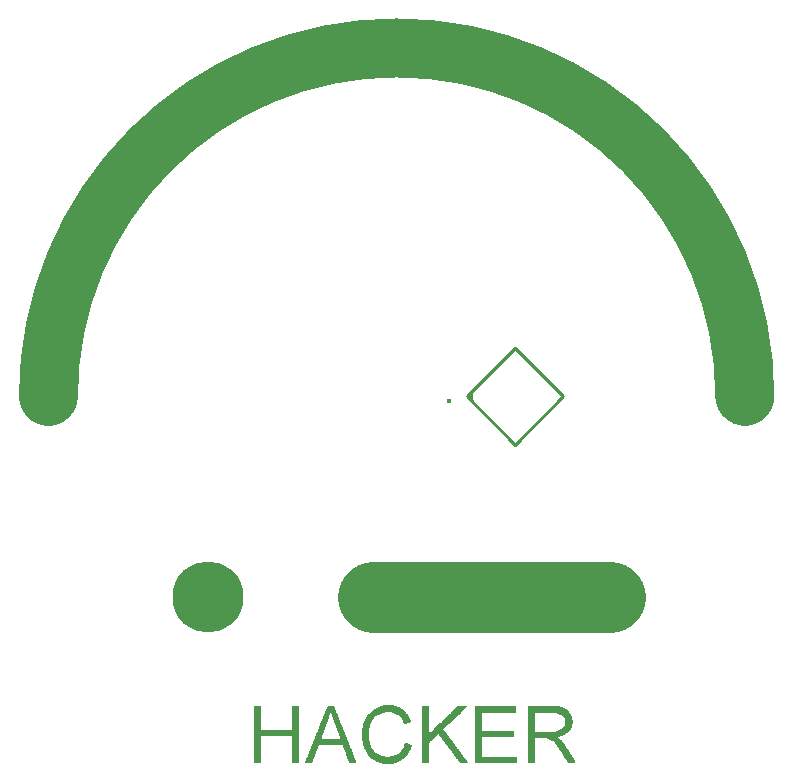
<source format=gbr>
%TF.GenerationSoftware,Novarm,DipTrace,3.0.0.2*%
%TF.CreationDate,2016-12-19T10:05:57+01:00*%
%FSLAX26Y26*%
%MOIN*%
%TF.FileFunction,Legend,Top*%
%TF.Part,Single*%
%ADD10C,0.009843*%
%ADD12C,0.002992*%
%ADD18O,0.236176X0.236743*%
%ADD19C,0.23622*%
%ADD20C,0.19685*%
%ADD39C,0.016557*%
G75*
G01*
%LPD*%
X2102951Y1870304D2*
D10*
X2264400Y2031758D1*
X2425848Y1870304D1*
X2264400Y1708850D1*
X2102951Y1870304D1*
D39*
X2044415Y1855805D3*
G36*
X2102951Y1870304D2*
X2125208Y1848070D1*
Y1892583D1*
X2102951Y1870304D1*
G37*
D18*
X1240356Y1201538D3*
X1791085Y1201407D2*
D19*
X2581224D1*
X709177Y1869900D2*
D20*
G02X3030495Y1869900I1160659J776D01*
G01*
X1828239Y839541D2*
D12*
X1855168D1*
X1394381Y836549D2*
X1415325D1*
X1520050D2*
X1540995D1*
X1639735D2*
X1657688D1*
X1818469D2*
X1864824D1*
X1953908D2*
X1974853D1*
X2070601D2*
X2100522D1*
X2130444D2*
X2265089D1*
X2306979D2*
X2405719D1*
X1394381Y833556D2*
X1415325D1*
X1520050D2*
X1540995D1*
X1637891D2*
X1659531D1*
X1809888D2*
X1873022D1*
X1953908D2*
X1974853D1*
X2067609D2*
X2097530D1*
X2130444D2*
X2265089D1*
X2306979D2*
X2416396D1*
X1394381Y830564D2*
X1415325D1*
X1520050D2*
X1540995D1*
X1636278D2*
X1661144D1*
X1802583D2*
X1879609D1*
X1953908D2*
X1974853D1*
X2064617D2*
X2094538D1*
X2130444D2*
X2265089D1*
X2306979D2*
X2424978D1*
X1394381Y827572D2*
X1415325D1*
X1520050D2*
X1540995D1*
X1634964D2*
X1662459D1*
X1796418D2*
X1885007D1*
X1953908D2*
X1974853D1*
X2061625D2*
X2091546D1*
X2130444D2*
X2265089D1*
X2306979D2*
X2431456D1*
X1394381Y824580D2*
X1415325D1*
X1520050D2*
X1540995D1*
X1633854D2*
X1663569D1*
X1791361D2*
X1889531D1*
X1953908D2*
X1974853D1*
X2058633D2*
X2088554D1*
X2130444D2*
X2265089D1*
X2306979D2*
X2436192D1*
X1394381Y821588D2*
X1415325D1*
X1520050D2*
X1540995D1*
X1632676D2*
X1664747D1*
X1787245D2*
X1893264D1*
X1953908D2*
X1974853D1*
X2055640D2*
X2085562D1*
X2130444D2*
X2265089D1*
X2306979D2*
X2439554D1*
X1394381Y818596D2*
X1415325D1*
X1520050D2*
X1540995D1*
X1631371D2*
X1666052D1*
X1783723D2*
X1822854D1*
X1857446D2*
X1896278D1*
X1953908D2*
X1974853D1*
X2052648D2*
X2082570D1*
X2130444D2*
X2265089D1*
X2306979D2*
X2442178D1*
X1394381Y815604D2*
X1415325D1*
X1520050D2*
X1540995D1*
X1630057D2*
X1645257D1*
X1652166D2*
X1667365D1*
X1780505D2*
X1815237D1*
X1864680D2*
X1898715D1*
X1953908D2*
X1974853D1*
X2049656D2*
X2079577D1*
X2130444D2*
X2151388D1*
X2306979D2*
X2327924D1*
X2407535D2*
X2444466D1*
X1394381Y812612D2*
X1415325D1*
X1520050D2*
X1540995D1*
X1628884D2*
X1644503D1*
X1652919D2*
X1668539D1*
X1777435D2*
X1808749D1*
X1870451D2*
X1900903D1*
X1953908D2*
X1974853D1*
X2046664D2*
X2076585D1*
X2130444D2*
X2151388D1*
X2306979D2*
X2327924D1*
X2414027D2*
X2446430D1*
X1394381Y809619D2*
X1415325D1*
X1520050D2*
X1540995D1*
X1627833D2*
X1643623D1*
X1653799D2*
X1669589D1*
X1774515D2*
X1803494D1*
X1874939D2*
X1903006D1*
X1953908D2*
X1974853D1*
X2043672D2*
X2073593D1*
X2130444D2*
X2151388D1*
X2306979D2*
X2327924D1*
X2419012D2*
X2448060D1*
X1394381Y806627D2*
X1415325D1*
X1520050D2*
X1540995D1*
X1626678D2*
X1642718D1*
X1654705D2*
X1670744D1*
X1771904D2*
X1799281D1*
X1878618D2*
X1904909D1*
X1953908D2*
X1974853D1*
X2040680D2*
X2070601D1*
X2130444D2*
X2151388D1*
X2306979D2*
X2327924D1*
X2422871D2*
X2449285D1*
X1394381Y803635D2*
X1415325D1*
X1520050D2*
X1540995D1*
X1625382D2*
X1641712D1*
X1655711D2*
X1672041D1*
X1769730D2*
X1795717D1*
X1881800D2*
X1906617D1*
X1953908D2*
X1974853D1*
X2037688D2*
X2067609D1*
X2130444D2*
X2151388D1*
X2306979D2*
X2327924D1*
X2425890D2*
X2450107D1*
X1394381Y800643D2*
X1415325D1*
X1520050D2*
X1540995D1*
X1624071D2*
X1640712D1*
X1656710D2*
X1673351D1*
X1767897D2*
X1792494D1*
X1884514D2*
X1908214D1*
X1953908D2*
X1974853D1*
X2034696D2*
X2064617D1*
X2130444D2*
X2151388D1*
X2306979D2*
X2327924D1*
X2428216D2*
X2450843D1*
X1394381Y797651D2*
X1415325D1*
X1520050D2*
X1540995D1*
X1622899D2*
X1639756D1*
X1657666D2*
X1674524D1*
X1766248D2*
X1789512D1*
X1886715D2*
X1909758D1*
X1953908D2*
X1974853D1*
X2031703D2*
X2061613D1*
X2130444D2*
X2151388D1*
X2306979D2*
X2327924D1*
X2430006D2*
X2451716D1*
X1394381Y794659D2*
X1415325D1*
X1520050D2*
X1540995D1*
X1621849D2*
X1638730D1*
X1658692D2*
X1675574D1*
X1764693D2*
X1786878D1*
X1888469D2*
X1911350D1*
X1953908D2*
X1974853D1*
X2028711D2*
X2058516D1*
X2130444D2*
X2151388D1*
X2306979D2*
X2327924D1*
X2431283D2*
X2452546D1*
X1394381Y791667D2*
X1415325D1*
X1520050D2*
X1540995D1*
X1620694D2*
X1637724D1*
X1659699D2*
X1676728D1*
X1763183D2*
X1784707D1*
X1889843D2*
X1913101D1*
X1953908D2*
X1974853D1*
X2025719D2*
X2055142D1*
X2130444D2*
X2151388D1*
X2306979D2*
X2327924D1*
X2432024D2*
X2453092D1*
X1394381Y788675D2*
X1415325D1*
X1520050D2*
X1540995D1*
X1619398D2*
X1636754D1*
X1660669D2*
X1678025D1*
X1761775D2*
X1782964D1*
X1891043D2*
X1915010D1*
X1953908D2*
X1974853D1*
X2022715D2*
X2051433D1*
X2130444D2*
X2151388D1*
X2306979D2*
X2327924D1*
X2432388D2*
X2453378D1*
X1394381Y785682D2*
X1415325D1*
X1520050D2*
X1540995D1*
X1618087D2*
X1635634D1*
X1661789D2*
X1679335D1*
X1760561D2*
X1781602D1*
X1892446D2*
X1906221D1*
X1953908D2*
X1974853D1*
X2019618D2*
X2047674D1*
X2130444D2*
X2151388D1*
X2306979D2*
X2327924D1*
X2432535D2*
X2453496D1*
X1394381Y782690D2*
X1415325D1*
X1520050D2*
X1540995D1*
X1616915D2*
X1634351D1*
X1663072D2*
X1680508D1*
X1759507D2*
X1780487D1*
X1894066D2*
X1897058D1*
X1953908D2*
X1974853D1*
X2016245D2*
X2044160D1*
X2130444D2*
X2151388D1*
X2306979D2*
X2327924D1*
X2432494D2*
X2453444D1*
X1394381Y779698D2*
X1415325D1*
X1520050D2*
X1540995D1*
X1615865D2*
X1633045D1*
X1664377D2*
X1681558D1*
X1758452D2*
X1779409D1*
X1953908D2*
X1974853D1*
X2012536D2*
X2040891D1*
X2130444D2*
X2151388D1*
X2306979D2*
X2327924D1*
X2432125D2*
X2453084D1*
X1394381Y776706D2*
X1415325D1*
X1520050D2*
X1540995D1*
X1614710D2*
X1631874D1*
X1665548D2*
X1682713D1*
X1757535D2*
X1778472D1*
X1953908D2*
X1974853D1*
X2008777D2*
X2037772D1*
X2130444D2*
X2151388D1*
X2306979D2*
X2327924D1*
X2431300D2*
X2452363D1*
X1394381Y773714D2*
X1415325D1*
X1520050D2*
X1540995D1*
X1613413D2*
X1630837D1*
X1666586D2*
X1684009D1*
X1756952D2*
X1777781D1*
X1953908D2*
X1974853D1*
X2005263D2*
X2034727D1*
X2130444D2*
X2151388D1*
X2306979D2*
X2327924D1*
X2430038D2*
X2451493D1*
X1394381Y770722D2*
X1415325D1*
X1520050D2*
X1540995D1*
X1612103D2*
X1629776D1*
X1667647D2*
X1685320D1*
X1756640D2*
X1777098D1*
X1953908D2*
X1974853D1*
X2001993D2*
X2031715D1*
X2130444D2*
X2151388D1*
X2306979D2*
X2327924D1*
X2428291D2*
X2450579D1*
X1394381Y767730D2*
X1415325D1*
X1520050D2*
X1540995D1*
X1610930D2*
X1628755D1*
X1668667D2*
X1686492D1*
X1756399D2*
X1776246D1*
X1953908D2*
X1974853D1*
X1998874D2*
X2028715D1*
X2130444D2*
X2151388D1*
X2306979D2*
X2327924D1*
X2425903D2*
X2449468D1*
X1394381Y764738D2*
X1415325D1*
X1520050D2*
X1540995D1*
X1609880D2*
X1627780D1*
X1669642D2*
X1687542D1*
X1755962D2*
X1775424D1*
X1953908D2*
X1974853D1*
X1995829D2*
X2025720D1*
X2130444D2*
X2151388D1*
X2306979D2*
X2327924D1*
X2422657D2*
X2448076D1*
X1394381Y761745D2*
X1415325D1*
X1520050D2*
X1540995D1*
X1608726D2*
X1626658D1*
X1670764D2*
X1688697D1*
X1755225D2*
X1774881D1*
X1953908D2*
X1974853D1*
X1992817D2*
X2022727D1*
X2130444D2*
X2151388D1*
X2306979D2*
X2327924D1*
X2418111D2*
X2446287D1*
X1394381Y758753D2*
X1540995D1*
X1607429D2*
X1625374D1*
X1672048D2*
X1689994D1*
X1754450D2*
X1774595D1*
X1953908D2*
X1974865D1*
X1989806D2*
X2024696D1*
X2130444D2*
X2151388D1*
X2306979D2*
X2327924D1*
X2412000D2*
X2444007D1*
X1394381Y755761D2*
X1540995D1*
X1606119D2*
X1624069D1*
X1673354D2*
X1691304D1*
X1753925D2*
X1774466D1*
X1953908D2*
X1974979D1*
X1986697D2*
X2026786D1*
X2130444D2*
X2259105D1*
X2306979D2*
X2327924D1*
X2404638D2*
X2441358D1*
X1394381Y752769D2*
X1540995D1*
X1604946D2*
X1622898D1*
X1674525D2*
X1692477D1*
X1753647D2*
X1774412D1*
X1953908D2*
X1975441D1*
X1983242D2*
X2029106D1*
X2130444D2*
X2259105D1*
X2306979D2*
X2438393D1*
X1394381Y749777D2*
X1540995D1*
X1603896D2*
X1621860D1*
X1675562D2*
X1693527D1*
X1753520D2*
X1774392D1*
X1953908D2*
X1976464D1*
X1979226D2*
X2031424D1*
X2130444D2*
X2259105D1*
X2306979D2*
X2434837D1*
X1394381Y746785D2*
X1540995D1*
X1602741D2*
X1620799D1*
X1676623D2*
X1694681D1*
X1753467D2*
X1774384D1*
X1953908D2*
X2033567D1*
X2130444D2*
X2259105D1*
X2306979D2*
X2430073D1*
X1394381Y743793D2*
X1540995D1*
X1601445D2*
X1619779D1*
X1677644D2*
X1695978D1*
X1753447D2*
X1774382D1*
X1953908D2*
X2004774D1*
X2010296D2*
X2035726D1*
X2130444D2*
X2259105D1*
X2306979D2*
X2423738D1*
X1394381Y740801D2*
X1540995D1*
X1600134D2*
X1618816D1*
X1678607D2*
X1697288D1*
X1753451D2*
X1774381D1*
X1953908D2*
X2001782D1*
X2012546D2*
X2038071D1*
X2130444D2*
X2259105D1*
X2306979D2*
X2416450D1*
X1394381Y737808D2*
X1415325D1*
X1520050D2*
X1540995D1*
X1598962D2*
X1617798D1*
X1679625D2*
X1698461D1*
X1753554D2*
X1774381D1*
X1953908D2*
X1998790D1*
X2014752D2*
X2040396D1*
X2130444D2*
X2259105D1*
X2306979D2*
X2409359D1*
X1394381Y734816D2*
X1415325D1*
X1520050D2*
X1540995D1*
X1597912D2*
X1616888D1*
X1680535D2*
X1699511D1*
X1753934D2*
X1774381D1*
X1953908D2*
X1995786D1*
X2017115D2*
X2042542D1*
X2130444D2*
X2151388D1*
X2306979D2*
X2402727D1*
X1394381Y731824D2*
X1415325D1*
X1520050D2*
X1540995D1*
X1596757D2*
X1616264D1*
X1681159D2*
X1700665D1*
X1754651D2*
X1774392D1*
X1953908D2*
X1992689D1*
X2019448D2*
X2044702D1*
X2130444D2*
X2151388D1*
X2306979D2*
X2327924D1*
X2374622D2*
X2406730D1*
X1394381Y728832D2*
X1415325D1*
X1520050D2*
X1540995D1*
X1595461D2*
X1701962D1*
X1755418D2*
X1774497D1*
X1953908D2*
X1989315D1*
X2021596D2*
X2047047D1*
X2130444D2*
X2151388D1*
X2306979D2*
X2327924D1*
X2381114D2*
X2410508D1*
X1394381Y725840D2*
X1415325D1*
X1520050D2*
X1540995D1*
X1594150D2*
X1703272D1*
X1755940D2*
X1774879D1*
X1953908D2*
X1985618D1*
X2023757D2*
X2049373D1*
X2130444D2*
X2151388D1*
X2306979D2*
X2327924D1*
X2386110D2*
X2413686D1*
X1394381Y722848D2*
X1415325D1*
X1520050D2*
X1540995D1*
X1592978D2*
X1704445D1*
X1756229D2*
X1775595D1*
X1953908D2*
X1981976D1*
X2026102D2*
X2051507D1*
X2130444D2*
X2151388D1*
X2306979D2*
X2327924D1*
X2390074D2*
X2416254D1*
X1394381Y719856D2*
X1415325D1*
X1520050D2*
X1540995D1*
X1591928D2*
X1705495D1*
X1756461D2*
X1776374D1*
X1953908D2*
X1978960D1*
X2028428D2*
X2053573D1*
X2130444D2*
X2151388D1*
X2306979D2*
X2327924D1*
X2393475D2*
X2418612D1*
X1394381Y716864D2*
X1415325D1*
X1520050D2*
X1540995D1*
X1590773D2*
X1706650D1*
X1756895D2*
X1777001D1*
X1953908D2*
X1976564D1*
X2030574D2*
X2055642D1*
X2130444D2*
X2151388D1*
X2306979D2*
X2327924D1*
X2396529D2*
X2421124D1*
X1394381Y713871D2*
X1415325D1*
X1520050D2*
X1540995D1*
X1589476D2*
X1707946D1*
X1757643D2*
X1777660D1*
X1897058D2*
X1900050D1*
X1953908D2*
X1975683D1*
X2032734D2*
X2057632D1*
X2130444D2*
X2151388D1*
X2306979D2*
X2327924D1*
X2399203D2*
X2423754D1*
X1394381Y710879D2*
X1415325D1*
X1520050D2*
X1540995D1*
X1588166D2*
X1709257D1*
X1758523D2*
X1778515D1*
X1896023D2*
X1909026D1*
X1953908D2*
X1975206D1*
X2035078D2*
X2059716D1*
X2130444D2*
X2151388D1*
X2306979D2*
X2327924D1*
X2401489D2*
X2426246D1*
X1394381Y707887D2*
X1415325D1*
X1520050D2*
X1540995D1*
X1586993D2*
X1606359D1*
X1691063D2*
X1710429D1*
X1759429D2*
X1779440D1*
X1895027D2*
X1918003D1*
X1953908D2*
X1974991D1*
X2037404D2*
X2062028D1*
X2130444D2*
X2151388D1*
X2306979D2*
X2327924D1*
X2403616D2*
X2428460D1*
X1394381Y704895D2*
X1415325D1*
X1520050D2*
X1540995D1*
X1585943D2*
X1605606D1*
X1691817D2*
X1711479D1*
X1760435D2*
X1780375D1*
X1894067D2*
X1916507D1*
X1953908D2*
X1974904D1*
X2039550D2*
X2064341D1*
X2130444D2*
X2151388D1*
X2306979D2*
X2327924D1*
X2405708D2*
X2430560D1*
X1394381Y701903D2*
X1415325D1*
X1520050D2*
X1540995D1*
X1584789D2*
X1604726D1*
X1692697D2*
X1712634D1*
X1761435D2*
X1781494D1*
X1892941D2*
X1915265D1*
X1953908D2*
X1974871D1*
X2041710D2*
X2066482D1*
X2130444D2*
X2151388D1*
X2306979D2*
X2327924D1*
X2407695D2*
X2432642D1*
X1394381Y698911D2*
X1415325D1*
X1520050D2*
X1540995D1*
X1583492D2*
X1603809D1*
X1693614D2*
X1713931D1*
X1762402D2*
X1782888D1*
X1891555D2*
X1914101D1*
X1953908D2*
X1974859D1*
X2044055D2*
X2068640D1*
X2130444D2*
X2151388D1*
X2306979D2*
X2327924D1*
X2409688D2*
X2434626D1*
X1394381Y695919D2*
X1415325D1*
X1520050D2*
X1540995D1*
X1582182D2*
X1602709D1*
X1694714D2*
X1715241D1*
X1763522D2*
X1784678D1*
X1889869D2*
X1913024D1*
X1953908D2*
X1974855D1*
X2046381D2*
X2070984D1*
X2130444D2*
X2151388D1*
X2306979D2*
X2327924D1*
X2411725D2*
X2436618D1*
X1394381Y692927D2*
X1415325D1*
X1520050D2*
X1540995D1*
X1581009D2*
X1601433D1*
X1695989D2*
X1716414D1*
X1764816D2*
X1786958D1*
X1887970D2*
X1911937D1*
X1953908D2*
X1974854D1*
X2048527D2*
X2073310D1*
X2130444D2*
X2151388D1*
X2306979D2*
X2327924D1*
X2413691D2*
X2438643D1*
X1394381Y689934D2*
X1415325D1*
X1520050D2*
X1540995D1*
X1579959D2*
X1600130D1*
X1697292D2*
X1717464D1*
X1766227D2*
X1789597D1*
X1886049D2*
X1910521D1*
X1953908D2*
X1974853D1*
X2050686D2*
X2075456D1*
X2130444D2*
X2151388D1*
X2306979D2*
X2327924D1*
X2415677D2*
X2440515D1*
X1394381Y686942D2*
X1415325D1*
X1520050D2*
X1540995D1*
X1578804D2*
X1598960D1*
X1698462D2*
X1718618D1*
X1767779D2*
X1792445D1*
X1883968D2*
X1908782D1*
X1953908D2*
X1974853D1*
X2053031D2*
X2077616D1*
X2130444D2*
X2151388D1*
X2306979D2*
X2327924D1*
X2417699D2*
X2442224D1*
X1394381Y683950D2*
X1415325D1*
X1520050D2*
X1540995D1*
X1577508D2*
X1597923D1*
X1699500D2*
X1719915D1*
X1769545D2*
X1795491D1*
X1881443D2*
X1906951D1*
X1953908D2*
X1974853D1*
X2055357D2*
X2079960D1*
X2130444D2*
X2151388D1*
X2306979D2*
X2327924D1*
X2419571D2*
X2443911D1*
X1394381Y680958D2*
X1415325D1*
X1520050D2*
X1540995D1*
X1576197D2*
X1596862D1*
X1700560D2*
X1721225D1*
X1771478D2*
X1798969D1*
X1878243D2*
X1905020D1*
X1953908D2*
X1974853D1*
X2057503D2*
X2082286D1*
X2130444D2*
X2151388D1*
X2306979D2*
X2327924D1*
X2421280D2*
X2445733D1*
X1394381Y677966D2*
X1415325D1*
X1520050D2*
X1540995D1*
X1575025D2*
X1595842D1*
X1701581D2*
X1722398D1*
X1773413D2*
X1803401D1*
X1873937D2*
X1903008D1*
X1953908D2*
X1974853D1*
X2059663D2*
X2084432D1*
X2130444D2*
X2151388D1*
X2306979D2*
X2327924D1*
X2422966D2*
X2447675D1*
X1394381Y674974D2*
X1415325D1*
X1520050D2*
X1540995D1*
X1573975D2*
X1594867D1*
X1702544D2*
X1723448D1*
X1775499D2*
X1810009D1*
X1867382D2*
X1901027D1*
X1953908D2*
X1974853D1*
X2062007D2*
X2086592D1*
X2130444D2*
X2151388D1*
X2306979D2*
X2327924D1*
X2424788D2*
X2449513D1*
X1394381Y671982D2*
X1415325D1*
X1520050D2*
X1540995D1*
X1572820D2*
X1593745D1*
X1703573D2*
X1724602D1*
X1778014D2*
X1821332D1*
X1856080D2*
X1898834D1*
X1953908D2*
X1974853D1*
X2064333D2*
X2088937D1*
X2130444D2*
X2151388D1*
X2306979D2*
X2327924D1*
X2426742D2*
X2451209D1*
X1394381Y668990D2*
X1415325D1*
X1520050D2*
X1540995D1*
X1571524D2*
X1592461D1*
X1704580D2*
X1725899D1*
X1781087D2*
X1839240D1*
X1838179D2*
X1896026D1*
X1953908D2*
X1974853D1*
X2066479D2*
X2091262D1*
X2130444D2*
X2268081D1*
X2306979D2*
X2327924D1*
X2428673D2*
X2452890D1*
X1394381Y665997D2*
X1415325D1*
X1520050D2*
X1540995D1*
X1570213D2*
X1591156D1*
X1705550D2*
X1727209D1*
X1784683D2*
X1892511D1*
X1953908D2*
X1974853D1*
X2068639D2*
X2093408D1*
X2130444D2*
X2268081D1*
X2306979D2*
X2327924D1*
X2430645D2*
X2454710D1*
X1394381Y663005D2*
X1415325D1*
X1520050D2*
X1540995D1*
X1569041D2*
X1589985D1*
X1706671D2*
X1728382D1*
X1788609D2*
X1888482D1*
X1953908D2*
X1974853D1*
X2070984D2*
X2095568D1*
X2130444D2*
X2268081D1*
X2306979D2*
X2327924D1*
X2432674D2*
X2456652D1*
X1394381Y660013D2*
X1415325D1*
X1520050D2*
X1540995D1*
X1568000D2*
X1588945D1*
X1707956D2*
X1729423D1*
X1793017D2*
X1884061D1*
X1953908D2*
X1974853D1*
X2073308D2*
X2097904D1*
X2130444D2*
X2268081D1*
X2306979D2*
X2327924D1*
X2434648D2*
X2458480D1*
X1394381Y657021D2*
X1415325D1*
X1520050D2*
X1540995D1*
X1566925D2*
X1587869D1*
X1709277D2*
X1730498D1*
X1798552D2*
X1878936D1*
X1953908D2*
X1974853D1*
X2075428D2*
X2100148D1*
X2130444D2*
X2268081D1*
X2306979D2*
X2327924D1*
X2436731D2*
X2460087D1*
X1394381Y654029D2*
X1415325D1*
X1520050D2*
X1540995D1*
X1565880D2*
X1586825D1*
X1710483D2*
X1731542D1*
X1805810D2*
X1872430D1*
X1953908D2*
X1974853D1*
X2077475D2*
X2101983D1*
X2130444D2*
X2268081D1*
X2306979D2*
X2327924D1*
X2439098D2*
X2461427D1*
X1394381Y651037D2*
X1415325D1*
X1520050D2*
X1540995D1*
X1564932D2*
X1585877D1*
X1711546D2*
X1732491D1*
X1814972D2*
X1864244D1*
X1953908D2*
X1974853D1*
X2079577D2*
X2103514D1*
X2130444D2*
X2268081D1*
X2306979D2*
X2327924D1*
X2441625D2*
X2462570D1*
X1825247Y648045D2*
X1855168D1*
X1828239Y839541D2*
X1818469Y836549D1*
X1809888Y833556D1*
X1802583Y830564D1*
X1796418Y827572D1*
X1791361Y824580D1*
X1787245Y821588D1*
X1783723Y818596D1*
X1780505Y815604D1*
X1777435Y812612D1*
X1774515Y809619D1*
X1771904Y806627D1*
X1769730Y803635D1*
X1767897Y800643D1*
X1766248Y797651D1*
X1764693Y794659D1*
X1763183Y791667D1*
X1761775Y788675D1*
X1760561Y785682D1*
X1759507Y782690D1*
X1758452Y779698D1*
X1757535Y776706D1*
X1756952Y773714D1*
X1756640Y770722D1*
X1756399Y767730D1*
X1755962Y764738D1*
X1755225Y761745D1*
X1754450Y758753D1*
X1753925Y755761D1*
X1753647Y752769D1*
X1753520Y749777D1*
X1753467Y746785D1*
X1753447Y743793D1*
X1753451Y740801D1*
X1753554Y737808D1*
X1753934Y734816D1*
X1754651Y731824D1*
X1755418Y728832D1*
X1755940Y725840D1*
X1756229Y722848D1*
X1756461Y719856D1*
X1756895Y716864D1*
X1757643Y713871D1*
X1758523Y710879D1*
X1759429Y707887D1*
X1760435Y704895D1*
X1761435Y701903D1*
X1762402Y698911D1*
X1763522Y695919D1*
X1764816Y692927D1*
X1766227Y689934D1*
X1767779Y686942D1*
X1769545Y683950D1*
X1771478Y680958D1*
X1773413Y677966D1*
X1775499Y674974D1*
X1778014Y671982D1*
X1781087Y668990D1*
X1784683Y665997D1*
X1788609Y663005D1*
X1793017Y660013D1*
X1798552Y657021D1*
X1805810Y654029D1*
X1814972Y651037D1*
X1825247Y648045D1*
X1855168Y839541D2*
X1864824Y836549D1*
X1873022Y833556D1*
X1879609Y830564D1*
X1885007Y827572D1*
X1889531Y824580D1*
X1893264Y821588D1*
X1896278Y818596D1*
X1898715Y815604D1*
X1900903Y812612D1*
X1903006Y809619D1*
X1904909Y806627D1*
X1906617Y803635D1*
X1908214Y800643D1*
X1909758Y797651D1*
X1911350Y794659D1*
X1913101Y791667D1*
X1915010Y788675D1*
X1906221Y785682D1*
X1897058Y782690D1*
X1394381Y836549D2*
Y833556D1*
Y830564D1*
Y827572D1*
Y824580D1*
Y821588D1*
Y818596D1*
Y815604D1*
Y812612D1*
Y809619D1*
Y806627D1*
Y803635D1*
Y800643D1*
Y797651D1*
Y794659D1*
Y791667D1*
Y788675D1*
Y785682D1*
Y782690D1*
Y779698D1*
Y776706D1*
Y773714D1*
Y770722D1*
Y767730D1*
Y764738D1*
Y761745D1*
Y758753D1*
Y755761D1*
Y752769D1*
Y749777D1*
Y746785D1*
Y743793D1*
Y740801D1*
Y737808D1*
Y734816D1*
Y731824D1*
Y728832D1*
Y725840D1*
Y722848D1*
Y719856D1*
Y716864D1*
Y713871D1*
Y710879D1*
Y707887D1*
Y704895D1*
Y701903D1*
Y698911D1*
Y695919D1*
Y692927D1*
Y689934D1*
Y686942D1*
Y683950D1*
Y680958D1*
Y677966D1*
Y674974D1*
Y671982D1*
Y668990D1*
Y665997D1*
Y663005D1*
Y660013D1*
Y657021D1*
Y654029D1*
Y651037D1*
X1415325Y836549D2*
Y833556D1*
Y830564D1*
Y827572D1*
Y824580D1*
Y821588D1*
Y818596D1*
Y815604D1*
Y812612D1*
Y809619D1*
Y806627D1*
Y803635D1*
Y800643D1*
Y797651D1*
Y794659D1*
Y791667D1*
Y788675D1*
Y785682D1*
Y782690D1*
Y779698D1*
Y776706D1*
Y773714D1*
Y770722D1*
Y767730D1*
Y764738D1*
Y761745D1*
Y758753D1*
X1520050Y836549D2*
Y833556D1*
Y830564D1*
Y827572D1*
Y824580D1*
Y821588D1*
Y818596D1*
Y815604D1*
Y812612D1*
Y809619D1*
Y806627D1*
Y803635D1*
Y800643D1*
Y797651D1*
Y794659D1*
Y791667D1*
Y788675D1*
Y785682D1*
Y782690D1*
Y779698D1*
Y776706D1*
Y773714D1*
Y770722D1*
Y767730D1*
Y764738D1*
Y761745D1*
Y758753D1*
X1540995Y836549D2*
Y833556D1*
Y830564D1*
Y827572D1*
Y824580D1*
Y821588D1*
Y818596D1*
Y815604D1*
Y812612D1*
Y809619D1*
Y806627D1*
Y803635D1*
Y800643D1*
Y797651D1*
Y794659D1*
Y791667D1*
Y788675D1*
Y785682D1*
Y782690D1*
Y779698D1*
Y776706D1*
Y773714D1*
Y770722D1*
Y767730D1*
Y764738D1*
Y761745D1*
Y758753D1*
Y755761D1*
Y752769D1*
Y749777D1*
Y746785D1*
Y743793D1*
Y740801D1*
Y737808D1*
Y734816D1*
Y731824D1*
Y728832D1*
Y725840D1*
Y722848D1*
Y719856D1*
Y716864D1*
Y713871D1*
Y710879D1*
Y707887D1*
Y704895D1*
Y701903D1*
Y698911D1*
Y695919D1*
Y692927D1*
Y689934D1*
Y686942D1*
Y683950D1*
Y680958D1*
Y677966D1*
Y674974D1*
Y671982D1*
Y668990D1*
Y665997D1*
Y663005D1*
Y660013D1*
Y657021D1*
Y654029D1*
Y651037D1*
X1639735Y836549D2*
X1637891Y833556D1*
X1636278Y830564D1*
X1634964Y827572D1*
X1633854Y824580D1*
X1632676Y821588D1*
X1631371Y818596D1*
X1630057Y815604D1*
X1628884Y812612D1*
X1627833Y809619D1*
X1626678Y806627D1*
X1625382Y803635D1*
X1624071Y800643D1*
X1622899Y797651D1*
X1621849Y794659D1*
X1620694Y791667D1*
X1619398Y788675D1*
X1618087Y785682D1*
X1616915Y782690D1*
X1615865Y779698D1*
X1614710Y776706D1*
X1613413Y773714D1*
X1612103Y770722D1*
X1610930Y767730D1*
X1609880Y764738D1*
X1608726Y761745D1*
X1607429Y758753D1*
X1606119Y755761D1*
X1604946Y752769D1*
X1603896Y749777D1*
X1602741Y746785D1*
X1601445Y743793D1*
X1600134Y740801D1*
X1598962Y737808D1*
X1597912Y734816D1*
X1596757Y731824D1*
X1595461Y728832D1*
X1594150Y725840D1*
X1592978Y722848D1*
X1591928Y719856D1*
X1590773Y716864D1*
X1589476Y713871D1*
X1588166Y710879D1*
X1586993Y707887D1*
X1585943Y704895D1*
X1584789Y701903D1*
X1583492Y698911D1*
X1582182Y695919D1*
X1581009Y692927D1*
X1579959Y689934D1*
X1578804Y686942D1*
X1577508Y683950D1*
X1576197Y680958D1*
X1575025Y677966D1*
X1573975Y674974D1*
X1572820Y671982D1*
X1571524Y668990D1*
X1570213Y665997D1*
X1569041Y663005D1*
X1568000Y660013D1*
X1566925Y657021D1*
X1565880Y654029D1*
X1564932Y651037D1*
X1657688Y836549D2*
X1659531Y833556D1*
X1661144Y830564D1*
X1662459Y827572D1*
X1663569Y824580D1*
X1664747Y821588D1*
X1666052Y818596D1*
X1667365Y815604D1*
X1668539Y812612D1*
X1669589Y809619D1*
X1670744Y806627D1*
X1672041Y803635D1*
X1673351Y800643D1*
X1674524Y797651D1*
X1675574Y794659D1*
X1676728Y791667D1*
X1678025Y788675D1*
X1679335Y785682D1*
X1680508Y782690D1*
X1681558Y779698D1*
X1682713Y776706D1*
X1684009Y773714D1*
X1685320Y770722D1*
X1686492Y767730D1*
X1687542Y764738D1*
X1688697Y761745D1*
X1689994Y758753D1*
X1691304Y755761D1*
X1692477Y752769D1*
X1693527Y749777D1*
X1694681Y746785D1*
X1695978Y743793D1*
X1697288Y740801D1*
X1698461Y737808D1*
X1699511Y734816D1*
X1700665Y731824D1*
X1701962Y728832D1*
X1703272Y725840D1*
X1704445Y722848D1*
X1705495Y719856D1*
X1706650Y716864D1*
X1707946Y713871D1*
X1709257Y710879D1*
X1710429Y707887D1*
X1711479Y704895D1*
X1712634Y701903D1*
X1713931Y698911D1*
X1715241Y695919D1*
X1716414Y692927D1*
X1717464Y689934D1*
X1718618Y686942D1*
X1719915Y683950D1*
X1721225Y680958D1*
X1722398Y677966D1*
X1723448Y674974D1*
X1724602Y671982D1*
X1725899Y668990D1*
X1727209Y665997D1*
X1728382Y663005D1*
X1729423Y660013D1*
X1730498Y657021D1*
X1731542Y654029D1*
X1732491Y651037D1*
X1953908Y836549D2*
Y833556D1*
Y830564D1*
Y827572D1*
Y824580D1*
Y821588D1*
Y818596D1*
Y815604D1*
Y812612D1*
Y809619D1*
Y806627D1*
Y803635D1*
Y800643D1*
Y797651D1*
Y794659D1*
Y791667D1*
Y788675D1*
Y785682D1*
Y782690D1*
Y779698D1*
Y776706D1*
Y773714D1*
Y770722D1*
Y767730D1*
Y764738D1*
Y761745D1*
Y758753D1*
Y755761D1*
Y752769D1*
Y749777D1*
Y746785D1*
Y743793D1*
Y740801D1*
Y737808D1*
Y734816D1*
Y731824D1*
Y728832D1*
Y725840D1*
Y722848D1*
Y719856D1*
Y716864D1*
Y713871D1*
Y710879D1*
Y707887D1*
Y704895D1*
Y701903D1*
Y698911D1*
Y695919D1*
Y692927D1*
Y689934D1*
Y686942D1*
Y683950D1*
Y680958D1*
Y677966D1*
Y674974D1*
Y671982D1*
Y668990D1*
Y665997D1*
Y663005D1*
Y660013D1*
Y657021D1*
Y654029D1*
Y651037D1*
X1974853Y836549D2*
Y833556D1*
Y830564D1*
Y827572D1*
Y824580D1*
Y821588D1*
Y818596D1*
Y815604D1*
Y812612D1*
Y809619D1*
Y806627D1*
Y803635D1*
Y800643D1*
Y797651D1*
Y794659D1*
Y791667D1*
Y788675D1*
Y785682D1*
Y782690D1*
Y779698D1*
Y776706D1*
Y773714D1*
Y770722D1*
Y767730D1*
Y764738D1*
Y761745D1*
X1974865Y758753D1*
X1974979Y755761D1*
X1975441Y752769D1*
X1976464Y749777D1*
X1977845Y746785D1*
X2070601Y836549D2*
X2067609Y833556D1*
X2064617Y830564D1*
X2061625Y827572D1*
X2058633Y824580D1*
X2055640Y821588D1*
X2052648Y818596D1*
X2049656Y815604D1*
X2046664Y812612D1*
X2043672Y809619D1*
X2040680Y806627D1*
X2037688Y803635D1*
X2034696Y800643D1*
X2031703Y797651D1*
X2028711Y794659D1*
X2025719Y791667D1*
X2022715Y788675D1*
X2019618Y785682D1*
X2016245Y782690D1*
X2012536Y779698D1*
X2008777Y776706D1*
X2005263Y773714D1*
X2001993Y770722D1*
X1998874Y767730D1*
X1995829Y764738D1*
X1992817Y761745D1*
X1989806Y758753D1*
X1986697Y755761D1*
X1983242Y752769D1*
X1979226Y749777D1*
X1974853Y746785D1*
X2100522Y836549D2*
X2097530Y833556D1*
X2094538Y830564D1*
X2091546Y827572D1*
X2088554Y824580D1*
X2085562Y821588D1*
X2082570Y818596D1*
X2079577Y815604D1*
X2076585Y812612D1*
X2073593Y809619D1*
X2070601Y806627D1*
X2067609Y803635D1*
X2064617Y800643D1*
X2061613Y797651D1*
X2058516Y794659D1*
X2055142Y791667D1*
X2051433Y788675D1*
X2047674Y785682D1*
X2044160Y782690D1*
X2040891Y779698D1*
X2037772Y776706D1*
X2034727Y773714D1*
X2031715Y770722D1*
X2028715Y767730D1*
X2025720Y764738D1*
X2022727Y761745D1*
X2024696Y758753D1*
X2026786Y755761D1*
X2029106Y752769D1*
X2031424Y749777D1*
X2033567Y746785D1*
X2035726Y743793D1*
X2038071Y740801D1*
X2040396Y737808D1*
X2042542Y734816D1*
X2044702Y731824D1*
X2047047Y728832D1*
X2049373Y725840D1*
X2051507Y722848D1*
X2053573Y719856D1*
X2055642Y716864D1*
X2057632Y713871D1*
X2059716Y710879D1*
X2062028Y707887D1*
X2064341Y704895D1*
X2066482Y701903D1*
X2068640Y698911D1*
X2070984Y695919D1*
X2073310Y692927D1*
X2075456Y689934D1*
X2077616Y686942D1*
X2079960Y683950D1*
X2082286Y680958D1*
X2084432Y677966D1*
X2086592Y674974D1*
X2088937Y671982D1*
X2091262Y668990D1*
X2093408Y665997D1*
X2095568Y663005D1*
X2097904Y660013D1*
X2100148Y657021D1*
X2101983Y654029D1*
X2103514Y651037D1*
X2130444Y836549D2*
Y833556D1*
Y830564D1*
Y827572D1*
Y824580D1*
Y821588D1*
Y818596D1*
Y815604D1*
Y812612D1*
Y809619D1*
Y806627D1*
Y803635D1*
Y800643D1*
Y797651D1*
Y794659D1*
Y791667D1*
Y788675D1*
Y785682D1*
Y782690D1*
Y779698D1*
Y776706D1*
Y773714D1*
Y770722D1*
Y767730D1*
Y764738D1*
Y761745D1*
Y758753D1*
Y755761D1*
Y752769D1*
Y749777D1*
Y746785D1*
Y743793D1*
Y740801D1*
Y737808D1*
Y734816D1*
Y731824D1*
Y728832D1*
Y725840D1*
Y722848D1*
Y719856D1*
Y716864D1*
Y713871D1*
Y710879D1*
Y707887D1*
Y704895D1*
Y701903D1*
Y698911D1*
Y695919D1*
Y692927D1*
Y689934D1*
Y686942D1*
Y683950D1*
Y680958D1*
Y677966D1*
Y674974D1*
Y671982D1*
Y668990D1*
Y665997D1*
Y663005D1*
Y660013D1*
Y657021D1*
Y654029D1*
Y651037D1*
X2265089Y836549D2*
Y833556D1*
Y830564D1*
Y827572D1*
Y824580D1*
Y821588D1*
Y818596D1*
X2306979Y836549D2*
Y833556D1*
Y830564D1*
Y827572D1*
Y824580D1*
Y821588D1*
Y818596D1*
Y815604D1*
Y812612D1*
Y809619D1*
Y806627D1*
Y803635D1*
Y800643D1*
Y797651D1*
Y794659D1*
Y791667D1*
Y788675D1*
Y785682D1*
Y782690D1*
Y779698D1*
Y776706D1*
Y773714D1*
Y770722D1*
Y767730D1*
Y764738D1*
Y761745D1*
Y758753D1*
Y755761D1*
Y752769D1*
Y749777D1*
Y746785D1*
Y743793D1*
Y740801D1*
Y737808D1*
Y734816D1*
Y731824D1*
Y728832D1*
Y725840D1*
Y722848D1*
Y719856D1*
Y716864D1*
Y713871D1*
Y710879D1*
Y707887D1*
Y704895D1*
Y701903D1*
Y698911D1*
Y695919D1*
Y692927D1*
Y689934D1*
Y686942D1*
Y683950D1*
Y680958D1*
Y677966D1*
Y674974D1*
Y671982D1*
Y668990D1*
Y665997D1*
Y663005D1*
Y660013D1*
Y657021D1*
Y654029D1*
Y651037D1*
X2405719Y836549D2*
X2416396Y833556D1*
X2424978Y830564D1*
X2431456Y827572D1*
X2436192Y824580D1*
X2439554Y821588D1*
X2442178Y818596D1*
X2444466Y815604D1*
X2446430Y812612D1*
X2448060Y809619D1*
X2449285Y806627D1*
X2450107Y803635D1*
X2450843Y800643D1*
X2451716Y797651D1*
X2452546Y794659D1*
X2453092Y791667D1*
X2453378Y788675D1*
X2453496Y785682D1*
X2453444Y782690D1*
X2453084Y779698D1*
X2452363Y776706D1*
X2451493Y773714D1*
X2450579Y770722D1*
X2449468Y767730D1*
X2448076Y764738D1*
X2446287Y761745D1*
X2444007Y758753D1*
X2441358Y755761D1*
X2438393Y752769D1*
X2434837Y749777D1*
X2430073Y746785D1*
X2423738Y743793D1*
X2416450Y740801D1*
X2409359Y737808D1*
X2402727Y734816D1*
X2406730Y731824D1*
X2410508Y728832D1*
X2413686Y725840D1*
X2416254Y722848D1*
X2418612Y719856D1*
X2421124Y716864D1*
X2423754Y713871D1*
X2426246Y710879D1*
X2428460Y707887D1*
X2430560Y704895D1*
X2432642Y701903D1*
X2434626Y698911D1*
X2436618Y695919D1*
X2438643Y692927D1*
X2440515Y689934D1*
X2442224Y686942D1*
X2443911Y683950D1*
X2445733Y680958D1*
X2447675Y677966D1*
X2449513Y674974D1*
X2451209Y671982D1*
X2452890Y668990D1*
X2454710Y665997D1*
X2456652Y663005D1*
X2458480Y660013D1*
X2460087Y657021D1*
X2461427Y654029D1*
X2462570Y651037D1*
X1831231Y821588D2*
X1822854Y818596D1*
X1815237Y815604D1*
X1808749Y812612D1*
X1803494Y809619D1*
X1799281Y806627D1*
X1795717Y803635D1*
X1792494Y800643D1*
X1789512Y797651D1*
X1786878Y794659D1*
X1784707Y791667D1*
X1782964Y788675D1*
X1781602Y785682D1*
X1780487Y782690D1*
X1779409Y779698D1*
X1778472Y776706D1*
X1777781Y773714D1*
X1777098Y770722D1*
X1776246Y767730D1*
X1775424Y764738D1*
X1774881Y761745D1*
X1774595Y758753D1*
X1774466Y755761D1*
X1774412Y752769D1*
X1774392Y749777D1*
X1774384Y746785D1*
X1774382Y743793D1*
X1774381Y740801D1*
Y737808D1*
Y734816D1*
X1774392Y731824D1*
X1774497Y728832D1*
X1774879Y725840D1*
X1775595Y722848D1*
X1776374Y719856D1*
X1777001Y716864D1*
X1777660Y713871D1*
X1778515Y710879D1*
X1779440Y707887D1*
X1780375Y704895D1*
X1781494Y701903D1*
X1782888Y698911D1*
X1784678Y695919D1*
X1786958Y692927D1*
X1789597Y689934D1*
X1792445Y686942D1*
X1795491Y683950D1*
X1798969Y680958D1*
X1803401Y677966D1*
X1810009Y674974D1*
X1821332Y671982D1*
X1839240Y668990D1*
X1861152Y665997D1*
X1849184Y821588D2*
X1857446Y818596D1*
X1864680Y815604D1*
X1870451Y812612D1*
X1874939Y809619D1*
X1878618Y806627D1*
X1881800Y803635D1*
X1884514Y800643D1*
X1886715Y797651D1*
X1888469Y794659D1*
X1889843Y791667D1*
X1891043Y788675D1*
X1892446Y785682D1*
X1894066Y782690D1*
X1645719Y818596D2*
X1645257Y815604D1*
X1644503Y812612D1*
X1643623Y809619D1*
X1642718Y806627D1*
X1641712Y803635D1*
X1640712Y800643D1*
X1639756Y797651D1*
X1638730Y794659D1*
X1637724Y791667D1*
X1636754Y788675D1*
X1635634Y785682D1*
X1634351Y782690D1*
X1633045Y779698D1*
X1631874Y776706D1*
X1630837Y773714D1*
X1629776Y770722D1*
X1628755Y767730D1*
X1627780Y764738D1*
X1626658Y761745D1*
X1625374Y758753D1*
X1624069Y755761D1*
X1622898Y752769D1*
X1621860Y749777D1*
X1620799Y746785D1*
X1619779Y743793D1*
X1618816Y740801D1*
X1617798Y737808D1*
X1616888Y734816D1*
X1616264Y731824D1*
X1615798Y728832D1*
X1651703Y818596D2*
X1652166Y815604D1*
X1652919Y812612D1*
X1653799Y809619D1*
X1654705Y806627D1*
X1655711Y803635D1*
X1656710Y800643D1*
X1657666Y797651D1*
X1658692Y794659D1*
X1659699Y791667D1*
X1660669Y788675D1*
X1661789Y785682D1*
X1663072Y782690D1*
X1664377Y779698D1*
X1665548Y776706D1*
X1666586Y773714D1*
X1667647Y770722D1*
X1668667Y767730D1*
X1669642Y764738D1*
X1670764Y761745D1*
X1672048Y758753D1*
X1673354Y755761D1*
X1674525Y752769D1*
X1675562Y749777D1*
X1676623Y746785D1*
X1677644Y743793D1*
X1678607Y740801D1*
X1679625Y737808D1*
X1680535Y734816D1*
X1681159Y731824D1*
X1681625Y728832D1*
X2151388Y818596D2*
Y815604D1*
Y812612D1*
Y809619D1*
Y806627D1*
Y803635D1*
Y800643D1*
Y797651D1*
Y794659D1*
Y791667D1*
Y788675D1*
Y785682D1*
Y782690D1*
Y779698D1*
Y776706D1*
Y773714D1*
Y770722D1*
Y767730D1*
Y764738D1*
Y761745D1*
Y758753D1*
Y755761D1*
X2327924Y818596D2*
Y815604D1*
Y812612D1*
Y809619D1*
Y806627D1*
Y803635D1*
Y800643D1*
Y797651D1*
Y794659D1*
Y791667D1*
Y788675D1*
Y785682D1*
Y782690D1*
Y779698D1*
Y776706D1*
Y773714D1*
Y770722D1*
Y767730D1*
Y764738D1*
Y761745D1*
Y758753D1*
Y755761D1*
Y752769D1*
X2399735Y818596D2*
X2407535Y815604D1*
X2414027Y812612D1*
X2419012Y809619D1*
X2422871Y806627D1*
X2425890Y803635D1*
X2428216Y800643D1*
X2430006Y797651D1*
X2431283Y794659D1*
X2432024Y791667D1*
X2432388Y788675D1*
X2432535Y785682D1*
X2432494Y782690D1*
X2432125Y779698D1*
X2431300Y776706D1*
X2430038Y773714D1*
X2428291Y770722D1*
X2425903Y767730D1*
X2422657Y764738D1*
X2418111Y761745D1*
X2412000Y758753D1*
X2404638Y755761D1*
X2396743Y752769D1*
X2259105Y755761D2*
Y752769D1*
Y749777D1*
Y746785D1*
Y743793D1*
Y740801D1*
Y737808D1*
X2007766Y746785D2*
X2004774Y743793D1*
X2001782Y740801D1*
X1998790Y737808D1*
X1995786Y734816D1*
X1992689Y731824D1*
X1989315Y728832D1*
X1985618Y725840D1*
X1981976Y722848D1*
X1978960Y719856D1*
X1976564Y716864D1*
X1975683Y713871D1*
X1975206Y710879D1*
X1974991Y707887D1*
X1974904Y704895D1*
X1974871Y701903D1*
X1974859Y698911D1*
X1974855Y695919D1*
X1974854Y692927D1*
X1974853Y689934D1*
Y686942D1*
Y683950D1*
Y680958D1*
Y677966D1*
Y674974D1*
Y671982D1*
Y668990D1*
Y665997D1*
Y663005D1*
Y660013D1*
Y657021D1*
Y654029D1*
Y651037D1*
X2007766Y746785D2*
X2010296Y743793D1*
X2012546Y740801D1*
X2014752Y737808D1*
X2017115Y734816D1*
X2019448Y731824D1*
X2021596Y728832D1*
X2023757Y725840D1*
X2026102Y722848D1*
X2028428Y719856D1*
X2030574Y716864D1*
X2032734Y713871D1*
X2035078Y710879D1*
X2037404Y707887D1*
X2039550Y704895D1*
X2041710Y701903D1*
X2044055Y698911D1*
X2046381Y695919D1*
X2048527Y692927D1*
X2050686Y689934D1*
X2053031Y686942D1*
X2055357Y683950D1*
X2057503Y680958D1*
X2059663Y677966D1*
X2062007Y674974D1*
X2064333Y671982D1*
X2066479Y668990D1*
X2068639Y665997D1*
X2070984Y663005D1*
X2073308Y660013D1*
X2075428Y657021D1*
X2077475Y654029D1*
X2079577Y651037D1*
X1415325Y740801D2*
Y737808D1*
Y734816D1*
Y731824D1*
Y728832D1*
Y725840D1*
Y722848D1*
Y719856D1*
Y716864D1*
Y713871D1*
Y710879D1*
Y707887D1*
Y704895D1*
Y701903D1*
Y698911D1*
Y695919D1*
Y692927D1*
Y689934D1*
Y686942D1*
Y683950D1*
Y680958D1*
Y677966D1*
Y674974D1*
Y671982D1*
Y668990D1*
Y665997D1*
Y663005D1*
Y660013D1*
Y657021D1*
Y654029D1*
Y651037D1*
X1520050Y740801D2*
Y737808D1*
Y734816D1*
Y731824D1*
Y728832D1*
Y725840D1*
Y722848D1*
Y719856D1*
Y716864D1*
Y713871D1*
Y710879D1*
Y707887D1*
Y704895D1*
Y701903D1*
Y698911D1*
Y695919D1*
Y692927D1*
Y689934D1*
Y686942D1*
Y683950D1*
Y680958D1*
Y677966D1*
Y674974D1*
Y671982D1*
Y668990D1*
Y665997D1*
Y663005D1*
Y660013D1*
Y657021D1*
Y654029D1*
Y651037D1*
X2151388Y737808D2*
Y734816D1*
Y731824D1*
Y728832D1*
Y725840D1*
Y722848D1*
Y719856D1*
Y716864D1*
Y713871D1*
Y710879D1*
Y707887D1*
Y704895D1*
Y701903D1*
Y698911D1*
Y695919D1*
Y692927D1*
Y689934D1*
Y686942D1*
Y683950D1*
Y680958D1*
Y677966D1*
Y674974D1*
Y671982D1*
Y668990D1*
X2327924Y734816D2*
Y731824D1*
Y728832D1*
Y725840D1*
Y722848D1*
Y719856D1*
Y716864D1*
Y713871D1*
Y710879D1*
Y707887D1*
Y704895D1*
Y701903D1*
Y698911D1*
Y695919D1*
Y692927D1*
Y689934D1*
Y686942D1*
Y683950D1*
Y680958D1*
Y677966D1*
Y674974D1*
Y671982D1*
Y668990D1*
Y665997D1*
Y663005D1*
Y660013D1*
Y657021D1*
Y654029D1*
Y651037D1*
X2366822Y734816D2*
X2374622Y731824D1*
X2381114Y728832D1*
X2386110Y725840D1*
X2390074Y722848D1*
X2393475Y719856D1*
X2396529Y716864D1*
X2399203Y713871D1*
X2401489Y710879D1*
X2403616Y707887D1*
X2405708Y704895D1*
X2407695Y701903D1*
X2409688Y698911D1*
X2411725Y695919D1*
X2413691Y692927D1*
X2415677Y689934D1*
X2417699Y686942D1*
X2419571Y683950D1*
X2421280Y680958D1*
X2422966Y677966D1*
X2424788Y674974D1*
X2426742Y671982D1*
X2428673Y668990D1*
X2430645Y665997D1*
X2432674Y663005D1*
X2434648Y660013D1*
X2436731Y657021D1*
X2439098Y654029D1*
X2441625Y651037D1*
X1897058Y713871D2*
X1896023Y710879D1*
X1895027Y707887D1*
X1894067Y704895D1*
X1892941Y701903D1*
X1891555Y698911D1*
X1889869Y695919D1*
X1887970Y692927D1*
X1886049Y689934D1*
X1883968Y686942D1*
X1881443Y683950D1*
X1878243Y680958D1*
X1873937Y677966D1*
X1867382Y674974D1*
X1856080Y671982D1*
X1838179Y668990D1*
X1816270Y665997D1*
X1900050Y713871D2*
X1909026Y710879D1*
X1918003Y707887D1*
X1916507Y704895D1*
X1915265Y701903D1*
X1914101Y698911D1*
X1913024Y695919D1*
X1911937Y692927D1*
X1910521Y689934D1*
X1908782Y686942D1*
X1906951Y683950D1*
X1905020Y680958D1*
X1903008Y677966D1*
X1901027Y674974D1*
X1898834Y671982D1*
X1896026Y668990D1*
X1892511Y665997D1*
X1888482Y663005D1*
X1884061Y660013D1*
X1878936Y657021D1*
X1872430Y654029D1*
X1864244Y651037D1*
X1855168Y648045D1*
X1606822Y710879D2*
X1606359Y707887D1*
X1605606Y704895D1*
X1604726Y701903D1*
X1603809Y698911D1*
X1602709Y695919D1*
X1601433Y692927D1*
X1600130Y689934D1*
X1598960Y686942D1*
X1597923Y683950D1*
X1596862Y680958D1*
X1595842Y677966D1*
X1594867Y674974D1*
X1593745Y671982D1*
X1592461Y668990D1*
X1591156Y665997D1*
X1589985Y663005D1*
X1588945Y660013D1*
X1587869Y657021D1*
X1586825Y654029D1*
X1585877Y651037D1*
X1690601Y710879D2*
X1691063Y707887D1*
X1691817Y704895D1*
X1692697Y701903D1*
X1693614Y698911D1*
X1694714Y695919D1*
X1695989Y692927D1*
X1697292Y689934D1*
X1698462Y686942D1*
X1699500Y683950D1*
X1700560Y680958D1*
X1701581Y677966D1*
X1702544Y674974D1*
X1703573Y671982D1*
X1704580Y668990D1*
X1705550Y665997D1*
X1706671Y663005D1*
X1707956Y660013D1*
X1709277Y657021D1*
X1710483Y654029D1*
X1711546Y651037D1*
X2268081Y668990D2*
Y665997D1*
Y663005D1*
Y660013D1*
Y657021D1*
Y654029D1*
Y651037D1*
M02*

</source>
